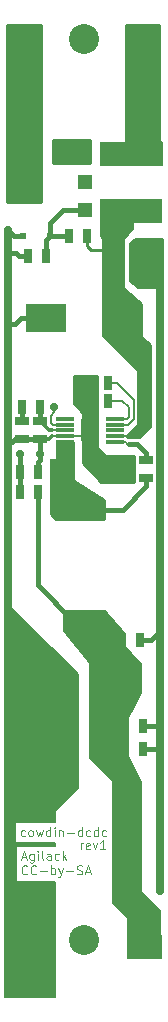
<source format=gbr>
G04 #@! TF.GenerationSoftware,KiCad,Pcbnew,5.0.2*
G04 #@! TF.CreationDate,2020-03-26T08:27:29+01:00*
G04 #@! TF.ProjectId,cowdin-dcdc,636f7764-696e-42d6-9463-64632e6b6963,1*
G04 #@! TF.SameCoordinates,Original*
G04 #@! TF.FileFunction,Copper,L1,Top*
G04 #@! TF.FilePolarity,Positive*
%FSLAX46Y46*%
G04 Gerber Fmt 4.6, Leading zero omitted, Abs format (unit mm)*
G04 Created by KiCad (PCBNEW 5.0.2) date jeu. 26 mars 2020 08:27:29 CET*
%MOMM*%
%LPD*%
G01*
G04 APERTURE LIST*
G04 #@! TA.AperFunction,NonConductor*
%ADD10C,0.101600*%
G04 #@! TD*
G04 #@! TA.AperFunction,ComponentPad*
%ADD11R,2.540000X2.540000*%
G04 #@! TD*
G04 #@! TA.AperFunction,ComponentPad*
%ADD12C,2.540000*%
G04 #@! TD*
G04 #@! TA.AperFunction,SMDPad,CuDef*
%ADD13R,1.600000X0.300000*%
G04 #@! TD*
G04 #@! TA.AperFunction,SMDPad,CuDef*
%ADD14R,1.570000X1.880000*%
G04 #@! TD*
G04 #@! TA.AperFunction,SMDPad,CuDef*
%ADD15R,2.100000X1.800000*%
G04 #@! TD*
G04 #@! TA.AperFunction,SMDPad,CuDef*
%ADD16R,3.560000X1.780000*%
G04 #@! TD*
G04 #@! TA.AperFunction,SMDPad,CuDef*
%ADD17R,5.300000X2.000000*%
G04 #@! TD*
G04 #@! TA.AperFunction,SMDPad,CuDef*
%ADD18R,0.635000X1.143000*%
G04 #@! TD*
G04 #@! TA.AperFunction,SMDPad,CuDef*
%ADD19R,1.198880X1.198880*%
G04 #@! TD*
G04 #@! TA.AperFunction,SMDPad,CuDef*
%ADD20R,1.198880X3.599180*%
G04 #@! TD*
G04 #@! TA.AperFunction,SMDPad,CuDef*
%ADD21R,0.599440X0.599440*%
G04 #@! TD*
G04 #@! TA.AperFunction,SMDPad,CuDef*
%ADD22R,3.500120X2.400300*%
G04 #@! TD*
G04 #@! TA.AperFunction,SMDPad,CuDef*
%ADD23R,1.524000X2.032000*%
G04 #@! TD*
G04 #@! TA.AperFunction,SMDPad,CuDef*
%ADD24R,1.143000X0.635000*%
G04 #@! TD*
G04 #@! TA.AperFunction,SMDPad,CuDef*
%ADD25R,2.500000X2.500000*%
G04 #@! TD*
G04 #@! TA.AperFunction,ViaPad*
%ADD26C,0.711200*%
G04 #@! TD*
G04 #@! TA.AperFunction,Conductor*
%ADD27C,0.304800*%
G04 #@! TD*
G04 #@! TA.AperFunction,Conductor*
%ADD28C,0.406400*%
G04 #@! TD*
G04 #@! TA.AperFunction,Conductor*
%ADD29C,0.203200*%
G04 #@! TD*
G04 #@! TA.AperFunction,Conductor*
%ADD30C,0.711200*%
G04 #@! TD*
G04 #@! TA.AperFunction,Conductor*
%ADD31C,0.250000*%
G04 #@! TD*
G04 #@! TA.AperFunction,Conductor*
%ADD32C,0.152400*%
G04 #@! TD*
G04 #@! TA.AperFunction,Conductor*
%ADD33C,0.254000*%
G04 #@! TD*
G04 APERTURE END LIST*
D10*
X143682897Y-137522142D02*
X143646611Y-137558428D01*
X143537754Y-137594714D01*
X143465182Y-137594714D01*
X143356325Y-137558428D01*
X143283754Y-137485857D01*
X143247468Y-137413285D01*
X143211182Y-137268142D01*
X143211182Y-137159285D01*
X143247468Y-137014142D01*
X143283754Y-136941571D01*
X143356325Y-136869000D01*
X143465182Y-136832714D01*
X143537754Y-136832714D01*
X143646611Y-136869000D01*
X143682897Y-136905285D01*
X144444897Y-137522142D02*
X144408611Y-137558428D01*
X144299754Y-137594714D01*
X144227182Y-137594714D01*
X144118325Y-137558428D01*
X144045754Y-137485857D01*
X144009468Y-137413285D01*
X143973182Y-137268142D01*
X143973182Y-137159285D01*
X144009468Y-137014142D01*
X144045754Y-136941571D01*
X144118325Y-136869000D01*
X144227182Y-136832714D01*
X144299754Y-136832714D01*
X144408611Y-136869000D01*
X144444897Y-136905285D01*
X144771468Y-137304428D02*
X145352040Y-137304428D01*
X145714897Y-137594714D02*
X145714897Y-136832714D01*
X145714897Y-137123000D02*
X145787468Y-137086714D01*
X145932611Y-137086714D01*
X146005182Y-137123000D01*
X146041468Y-137159285D01*
X146077754Y-137231857D01*
X146077754Y-137449571D01*
X146041468Y-137522142D01*
X146005182Y-137558428D01*
X145932611Y-137594714D01*
X145787468Y-137594714D01*
X145714897Y-137558428D01*
X146331754Y-137086714D02*
X146513182Y-137594714D01*
X146694611Y-137086714D02*
X146513182Y-137594714D01*
X146440611Y-137776142D01*
X146404325Y-137812428D01*
X146331754Y-137848714D01*
X146984897Y-137304428D02*
X147565468Y-137304428D01*
X147892040Y-137558428D02*
X148000897Y-137594714D01*
X148182325Y-137594714D01*
X148254897Y-137558428D01*
X148291182Y-137522142D01*
X148327468Y-137449571D01*
X148327468Y-137377000D01*
X148291182Y-137304428D01*
X148254897Y-137268142D01*
X148182325Y-137231857D01*
X148037182Y-137195571D01*
X147964611Y-137159285D01*
X147928325Y-137123000D01*
X147892040Y-137050428D01*
X147892040Y-136977857D01*
X147928325Y-136905285D01*
X147964611Y-136869000D01*
X148037182Y-136832714D01*
X148218611Y-136832714D01*
X148327468Y-136869000D01*
X148617754Y-137377000D02*
X148980611Y-137377000D01*
X148545182Y-137594714D02*
X148799182Y-136832714D01*
X149053182Y-137594714D01*
X143211182Y-136127000D02*
X143574040Y-136127000D01*
X143138611Y-136344714D02*
X143392611Y-135582714D01*
X143646611Y-136344714D01*
X144227182Y-135836714D02*
X144227182Y-136453571D01*
X144190897Y-136526142D01*
X144154611Y-136562428D01*
X144082040Y-136598714D01*
X143973182Y-136598714D01*
X143900611Y-136562428D01*
X144227182Y-136308428D02*
X144154611Y-136344714D01*
X144009468Y-136344714D01*
X143936897Y-136308428D01*
X143900611Y-136272142D01*
X143864325Y-136199571D01*
X143864325Y-135981857D01*
X143900611Y-135909285D01*
X143936897Y-135873000D01*
X144009468Y-135836714D01*
X144154611Y-135836714D01*
X144227182Y-135873000D01*
X144590040Y-136344714D02*
X144590040Y-135836714D01*
X144590040Y-135582714D02*
X144553754Y-135619000D01*
X144590040Y-135655285D01*
X144626325Y-135619000D01*
X144590040Y-135582714D01*
X144590040Y-135655285D01*
X145061754Y-136344714D02*
X144989182Y-136308428D01*
X144952897Y-136235857D01*
X144952897Y-135582714D01*
X145678611Y-136344714D02*
X145678611Y-135945571D01*
X145642325Y-135873000D01*
X145569754Y-135836714D01*
X145424611Y-135836714D01*
X145352040Y-135873000D01*
X145678611Y-136308428D02*
X145606040Y-136344714D01*
X145424611Y-136344714D01*
X145352040Y-136308428D01*
X145315754Y-136235857D01*
X145315754Y-136163285D01*
X145352040Y-136090714D01*
X145424611Y-136054428D01*
X145606040Y-136054428D01*
X145678611Y-136018142D01*
X146368040Y-136308428D02*
X146295468Y-136344714D01*
X146150325Y-136344714D01*
X146077754Y-136308428D01*
X146041468Y-136272142D01*
X146005182Y-136199571D01*
X146005182Y-135981857D01*
X146041468Y-135909285D01*
X146077754Y-135873000D01*
X146150325Y-135836714D01*
X146295468Y-135836714D01*
X146368040Y-135873000D01*
X146694611Y-136344714D02*
X146694611Y-135582714D01*
X146767182Y-136054428D02*
X146984897Y-136344714D01*
X146984897Y-135836714D02*
X146694611Y-136127000D01*
X148215857Y-135444714D02*
X148215857Y-134936714D01*
X148215857Y-135081857D02*
X148252142Y-135009285D01*
X148288428Y-134973000D01*
X148361000Y-134936714D01*
X148433571Y-134936714D01*
X148977857Y-135408428D02*
X148905285Y-135444714D01*
X148760142Y-135444714D01*
X148687571Y-135408428D01*
X148651285Y-135335857D01*
X148651285Y-135045571D01*
X148687571Y-134973000D01*
X148760142Y-134936714D01*
X148905285Y-134936714D01*
X148977857Y-134973000D01*
X149014142Y-135045571D01*
X149014142Y-135118142D01*
X148651285Y-135190714D01*
X149268142Y-134936714D02*
X149449571Y-135444714D01*
X149631000Y-134936714D01*
X150320428Y-135444714D02*
X149885000Y-135444714D01*
X150102714Y-135444714D02*
X150102714Y-134682714D01*
X150030142Y-134791571D01*
X149957571Y-134864142D01*
X149885000Y-134900428D01*
X143502428Y-134308428D02*
X143429857Y-134344714D01*
X143284714Y-134344714D01*
X143212142Y-134308428D01*
X143175857Y-134272142D01*
X143139571Y-134199571D01*
X143139571Y-133981857D01*
X143175857Y-133909285D01*
X143212142Y-133873000D01*
X143284714Y-133836714D01*
X143429857Y-133836714D01*
X143502428Y-133873000D01*
X143937857Y-134344714D02*
X143865285Y-134308428D01*
X143829000Y-134272142D01*
X143792714Y-134199571D01*
X143792714Y-133981857D01*
X143829000Y-133909285D01*
X143865285Y-133873000D01*
X143937857Y-133836714D01*
X144046714Y-133836714D01*
X144119285Y-133873000D01*
X144155571Y-133909285D01*
X144191857Y-133981857D01*
X144191857Y-134199571D01*
X144155571Y-134272142D01*
X144119285Y-134308428D01*
X144046714Y-134344714D01*
X143937857Y-134344714D01*
X144445857Y-133836714D02*
X144591000Y-134344714D01*
X144736142Y-133981857D01*
X144881285Y-134344714D01*
X145026428Y-133836714D01*
X145643285Y-134344714D02*
X145643285Y-133582714D01*
X145643285Y-134308428D02*
X145570714Y-134344714D01*
X145425571Y-134344714D01*
X145353000Y-134308428D01*
X145316714Y-134272142D01*
X145280428Y-134199571D01*
X145280428Y-133981857D01*
X145316714Y-133909285D01*
X145353000Y-133873000D01*
X145425571Y-133836714D01*
X145570714Y-133836714D01*
X145643285Y-133873000D01*
X146006142Y-134344714D02*
X146006142Y-133836714D01*
X146006142Y-133582714D02*
X145969857Y-133619000D01*
X146006142Y-133655285D01*
X146042428Y-133619000D01*
X146006142Y-133582714D01*
X146006142Y-133655285D01*
X146369000Y-133836714D02*
X146369000Y-134344714D01*
X146369000Y-133909285D02*
X146405285Y-133873000D01*
X146477857Y-133836714D01*
X146586714Y-133836714D01*
X146659285Y-133873000D01*
X146695571Y-133945571D01*
X146695571Y-134344714D01*
X147058428Y-134054428D02*
X147639000Y-134054428D01*
X148328428Y-134344714D02*
X148328428Y-133582714D01*
X148328428Y-134308428D02*
X148255857Y-134344714D01*
X148110714Y-134344714D01*
X148038142Y-134308428D01*
X148001857Y-134272142D01*
X147965571Y-134199571D01*
X147965571Y-133981857D01*
X148001857Y-133909285D01*
X148038142Y-133873000D01*
X148110714Y-133836714D01*
X148255857Y-133836714D01*
X148328428Y-133873000D01*
X149017857Y-134308428D02*
X148945285Y-134344714D01*
X148800142Y-134344714D01*
X148727571Y-134308428D01*
X148691285Y-134272142D01*
X148655000Y-134199571D01*
X148655000Y-133981857D01*
X148691285Y-133909285D01*
X148727571Y-133873000D01*
X148800142Y-133836714D01*
X148945285Y-133836714D01*
X149017857Y-133873000D01*
X149671000Y-134344714D02*
X149671000Y-133582714D01*
X149671000Y-134308428D02*
X149598428Y-134344714D01*
X149453285Y-134344714D01*
X149380714Y-134308428D01*
X149344428Y-134272142D01*
X149308142Y-134199571D01*
X149308142Y-133981857D01*
X149344428Y-133909285D01*
X149380714Y-133873000D01*
X149453285Y-133836714D01*
X149598428Y-133836714D01*
X149671000Y-133873000D01*
X150360428Y-134308428D02*
X150287857Y-134344714D01*
X150142714Y-134344714D01*
X150070142Y-134308428D01*
X150033857Y-134272142D01*
X149997571Y-134199571D01*
X149997571Y-133981857D01*
X150033857Y-133909285D01*
X150070142Y-133873000D01*
X150142714Y-133836714D01*
X150287857Y-133836714D01*
X150360428Y-133873000D01*
D11*
G04 #@! TO.P,P1,1*
G04 #@! TO.N,Net-(P1-Pad1)*
X143420000Y-66830000D03*
D12*
G04 #@! TO.P,P1,3*
G04 #@! TO.N,Net-(F1-Pad1)*
X153580000Y-66830000D03*
G04 #@! TO.P,P1,2*
G04 #@! TO.N,Net-(P1-Pad2)*
X148500000Y-66830000D03*
G04 #@! TD*
G04 #@! TO.P,P2,2*
G04 #@! TO.N,Net-(P2-Pad2)*
X148500000Y-143170000D03*
G04 #@! TO.P,P2,3*
G04 #@! TO.N,VOut*
X153580000Y-143170000D03*
D11*
G04 #@! TO.P,P2,1*
G04 #@! TO.N,GND*
X143420000Y-143170000D03*
G04 #@! TD*
D13*
G04 #@! TO.P,U1,1*
G04 #@! TO.N,Net-(C4-Pad1)*
X151100000Y-101000000D03*
G04 #@! TO.P,U1,2*
G04 #@! TO.N,VIn*
X151100000Y-100500000D03*
G04 #@! TO.P,U1,3*
G04 #@! TO.N,Net-(U1-Pad3)*
X151100000Y-100000000D03*
G04 #@! TO.P,U1,4*
G04 #@! TO.N,Net-(C3-Pad1)*
X151100000Y-99500000D03*
G04 #@! TO.P,U1,5*
G04 #@! TO.N,Net-(R3-Pad1)*
X151100000Y-99000000D03*
G04 #@! TO.P,U1,6*
G04 #@! TO.N,Net-(U1-Pad6)*
X146900000Y-99000000D03*
G04 #@! TO.P,U1,7*
G04 #@! TO.N,Net-(R5-Pad2)*
X146900000Y-99500000D03*
G04 #@! TO.P,U1,8*
G04 #@! TO.N,Net-(C5-Pad1)*
X146900000Y-100000000D03*
G04 #@! TO.P,U1,9*
G04 #@! TO.N,GND*
X146900000Y-100500000D03*
G04 #@! TO.P,U1,10*
G04 #@! TO.N,/PH_SW*
X146900000Y-101000000D03*
D14*
G04 #@! TO.P,U1,PAD*
G04 #@! TO.N,GND*
X149000000Y-100000000D03*
G04 #@! TD*
D15*
G04 #@! TO.P,D2,1*
G04 #@! TO.N,GND*
X151050000Y-103250000D03*
G04 #@! TO.P,D2,2*
G04 #@! TO.N,/PH_SW*
X146650000Y-103250000D03*
G04 #@! TD*
D16*
G04 #@! TO.P,L1,1*
G04 #@! TO.N,/PH_SW*
X148500000Y-106710000D03*
G04 #@! TO.P,L1,2*
G04 #@! TO.N,VOut*
X148500000Y-116110000D03*
G04 #@! TD*
D17*
G04 #@! TO.P,F1,2*
G04 #@! TO.N,VIn*
X152500000Y-81400000D03*
G04 #@! TO.P,F1,1*
G04 #@! TO.N,Net-(F1-Pad1)*
X152500000Y-76600000D03*
G04 #@! TD*
D18*
G04 #@! TO.P,R1,2*
G04 #@! TO.N,Net-(D1-Pad2)*
X147238000Y-83500000D03*
G04 #@! TO.P,R1,1*
G04 #@! TO.N,VIn*
X148762000Y-83500000D03*
G04 #@! TD*
G04 #@! TO.P,R2,1*
G04 #@! TO.N,Net-(D1-Pad2)*
X145262000Y-85250000D03*
G04 #@! TO.P,R2,2*
G04 #@! TO.N,GND*
X143738000Y-85250000D03*
G04 #@! TD*
G04 #@! TO.P,R3,1*
G04 #@! TO.N,Net-(R3-Pad1)*
X150512000Y-97500000D03*
G04 #@! TO.P,R3,2*
G04 #@! TO.N,GND*
X148988000Y-97500000D03*
G04 #@! TD*
D19*
G04 #@! TO.P,Q1,2*
G04 #@! TO.N,N/C*
X148550540Y-79000000D03*
G04 #@! TO.P,Q1,1*
G04 #@! TO.N,Net-(D1-Pad2)*
X148550540Y-81301240D03*
G04 #@! TO.P,Q1,3*
G04 #@! TO.N,GND*
X148550540Y-76698760D03*
D20*
G04 #@! TO.P,Q1,4*
G04 #@! TO.N,Net-(P1-Pad1)*
X142449460Y-79000000D03*
G04 #@! TD*
D21*
G04 #@! TO.P,D1,1*
G04 #@! TO.N,GND*
X143349380Y-83500000D03*
G04 #@! TO.P,D1,2*
G04 #@! TO.N,Net-(D1-Pad2)*
X145650620Y-83500000D03*
G04 #@! TD*
D22*
G04 #@! TO.P,C1,1*
G04 #@! TO.N,VIn*
X151751200Y-90500000D03*
G04 #@! TO.P,C1,2*
G04 #@! TO.N,GND*
X145248800Y-90500000D03*
G04 #@! TD*
D23*
G04 #@! TO.P,C2,1*
G04 #@! TO.N,VIn*
X150849000Y-84750000D03*
G04 #@! TO.P,C2,2*
G04 #@! TO.N,GND*
X154151000Y-84750000D03*
G04 #@! TD*
D18*
G04 #@! TO.P,C3,1*
G04 #@! TO.N,Net-(C3-Pad1)*
X150512000Y-96000000D03*
G04 #@! TO.P,C3,2*
G04 #@! TO.N,GND*
X148988000Y-96000000D03*
G04 #@! TD*
D24*
G04 #@! TO.P,C4,2*
G04 #@! TO.N,/PH_SW*
X153750000Y-104012000D03*
G04 #@! TO.P,C4,1*
G04 #@! TO.N,Net-(C4-Pad1)*
X153750000Y-102488000D03*
G04 #@! TD*
G04 #@! TO.P,C5,1*
G04 #@! TO.N,Net-(C5-Pad1)*
X144750000Y-99238000D03*
G04 #@! TO.P,C5,2*
G04 #@! TO.N,GND*
X144750000Y-100762000D03*
G04 #@! TD*
G04 #@! TO.P,C6,2*
G04 #@! TO.N,GND*
X143250000Y-100762000D03*
G04 #@! TO.P,C6,1*
G04 #@! TO.N,Net-(C6-Pad1)*
X143250000Y-99238000D03*
G04 #@! TD*
D18*
G04 #@! TO.P,R4,1*
G04 #@! TO.N,Net-(C5-Pad1)*
X144762000Y-98000000D03*
G04 #@! TO.P,R4,2*
G04 #@! TO.N,Net-(C6-Pad1)*
X143238000Y-98000000D03*
G04 #@! TD*
G04 #@! TO.P,R5,2*
G04 #@! TO.N,Net-(R5-Pad2)*
X143088000Y-105250000D03*
G04 #@! TO.P,R5,1*
G04 #@! TO.N,VOut*
X144612000Y-105250000D03*
G04 #@! TD*
G04 #@! TO.P,R6,1*
G04 #@! TO.N,GND*
X144612000Y-103500000D03*
G04 #@! TO.P,R6,2*
G04 #@! TO.N,Net-(R5-Pad2)*
X143088000Y-103500000D03*
G04 #@! TD*
G04 #@! TO.P,C7,2*
G04 #@! TO.N,GND*
X153262000Y-117750000D03*
G04 #@! TO.P,C7,1*
G04 #@! TO.N,VOut*
X151738000Y-117750000D03*
G04 #@! TD*
D25*
G04 #@! TO.P,C8,1*
G04 #@! TO.N,VOut*
X152150000Y-121000000D03*
G04 #@! TO.P,C8,2*
G04 #@! TO.N,GND*
X144850000Y-121000000D03*
G04 #@! TD*
D18*
G04 #@! TO.P,C9,1*
G04 #@! TO.N,VOut*
X149262000Y-125000000D03*
G04 #@! TO.P,C9,2*
G04 #@! TO.N,GND*
X147738000Y-125000000D03*
G04 #@! TD*
G04 #@! TO.P,C10,1*
G04 #@! TO.N,VOut*
X151998000Y-125000000D03*
G04 #@! TO.P,C10,2*
G04 #@! TO.N,GND*
X153522000Y-125000000D03*
G04 #@! TD*
G04 #@! TO.P,C11,2*
G04 #@! TO.N,GND*
X147738000Y-127000000D03*
G04 #@! TO.P,C11,1*
G04 #@! TO.N,VOut*
X149262000Y-127000000D03*
G04 #@! TD*
G04 #@! TO.P,C12,1*
G04 #@! TO.N,VOut*
X151988000Y-127000000D03*
G04 #@! TO.P,C12,2*
G04 #@! TO.N,GND*
X153512000Y-127000000D03*
G04 #@! TD*
D25*
G04 #@! TO.P,C13,1*
G04 #@! TO.N,VOut*
X152150000Y-131000000D03*
G04 #@! TO.P,C13,2*
G04 #@! TO.N,GND*
X144850000Y-131000000D03*
G04 #@! TD*
D26*
G04 #@! TO.N,GND*
X147250000Y-76700000D03*
X146250000Y-76700000D03*
X147250000Y-75700000D03*
X146250000Y-75700000D03*
X142100000Y-83000000D03*
X142100000Y-85000000D03*
X142100000Y-87000000D03*
X142100000Y-89000000D03*
X142100000Y-91000000D03*
X142100000Y-93000000D03*
X154150000Y-86400000D03*
X153250000Y-86400000D03*
X152750000Y-84750000D03*
X152750000Y-85650000D03*
X148000000Y-97500000D03*
X148000000Y-96000000D03*
X152500000Y-103250000D03*
X152500000Y-102500000D03*
X152500000Y-104000000D03*
X149250000Y-103250000D03*
X149250000Y-102500000D03*
X149000000Y-101500000D03*
X149000000Y-98500000D03*
X154900000Y-105000000D03*
X154900000Y-103000000D03*
X142100000Y-95000000D03*
X142100000Y-97000000D03*
X142100000Y-99000000D03*
X142100000Y-101000000D03*
X142100000Y-103000000D03*
X142100000Y-105000000D03*
X154900000Y-101000000D03*
X154900000Y-99000000D03*
X154900000Y-97000000D03*
X154900000Y-95000000D03*
X154900000Y-93000000D03*
X144750000Y-102000000D03*
X154900000Y-91000000D03*
X154900000Y-89000000D03*
X154900000Y-87000000D03*
X142100000Y-107000000D03*
X142100000Y-109000000D03*
X142100000Y-111000000D03*
X154900000Y-107000000D03*
X154900000Y-109000000D03*
X154900000Y-111000000D03*
X154900000Y-113000000D03*
X154900000Y-115000000D03*
X154900000Y-117000000D03*
X154900000Y-119000000D03*
X154900000Y-121000000D03*
X154900000Y-123000000D03*
X154900000Y-125000000D03*
X154900000Y-127000000D03*
X154900000Y-129000000D03*
X154900000Y-131000000D03*
X154900000Y-133000000D03*
X154900000Y-135000000D03*
X154900000Y-137000000D03*
X154900000Y-139000000D03*
X146750000Y-127000000D03*
X146750000Y-125000000D03*
X142100000Y-121000000D03*
X142100000Y-131000000D03*
X142100000Y-113000000D03*
X142100000Y-115000000D03*
X142100000Y-117000000D03*
X142100000Y-119000000D03*
X142100000Y-123000000D03*
X142100000Y-127000000D03*
X142100000Y-129000000D03*
X142100000Y-132990000D03*
X142100000Y-135000000D03*
X142100000Y-137000000D03*
X142100000Y-139000000D03*
X142100000Y-125000000D03*
X144420000Y-125000000D03*
X144420000Y-127000000D03*
G04 #@! TO.N,Net-(R5-Pad2)*
X146000000Y-98000000D03*
X143090000Y-102000000D03*
G04 #@! TD*
D27*
G04 #@! TO.N,GND*
X147250000Y-76700000D02*
X148549300Y-76700000D01*
X148549300Y-76700000D02*
X148550540Y-76698760D01*
X147250000Y-76700000D02*
X146250000Y-76700000D01*
X147250000Y-76700000D02*
X147250000Y-75700000D01*
X147250000Y-75700000D02*
X146250000Y-75700000D01*
D28*
X143349380Y-83500000D02*
X142600000Y-83500000D01*
X142600000Y-83500000D02*
X142100000Y-83000000D01*
X143738000Y-85250000D02*
X142970000Y-85250000D01*
X142970000Y-85250000D02*
X142720000Y-85000000D01*
X142720000Y-85000000D02*
X142100000Y-85000000D01*
X142100000Y-91000000D02*
X142680000Y-91000000D01*
X142680000Y-91000000D02*
X143180000Y-90500000D01*
X143180000Y-90500000D02*
X145248800Y-90500000D01*
X154150000Y-86400000D02*
X154150000Y-84751000D01*
X154150000Y-84751000D02*
X154151000Y-84750000D01*
X154150000Y-86400000D02*
X153250000Y-86400000D01*
X154151000Y-84750000D02*
X152750000Y-84750000D01*
X152750000Y-84750000D02*
X152750000Y-85650000D01*
X148988000Y-97500000D02*
X148000000Y-97500000D01*
X148988000Y-96000000D02*
X148000000Y-96000000D01*
D29*
X150950000Y-103250000D02*
X152500000Y-103250000D01*
X152500000Y-103250000D02*
X152500000Y-102500000D01*
X152500000Y-103250000D02*
X152500000Y-104000000D01*
X150950000Y-103250000D02*
X149250000Y-103250000D01*
X149250000Y-103250000D02*
X149250000Y-102500000D01*
X149250000Y-102500000D02*
X149250000Y-102100000D01*
X149250000Y-102100000D02*
X149000000Y-101850000D01*
X149000000Y-101850000D02*
X149000000Y-101500000D01*
X149000000Y-100000000D02*
X149000000Y-101500000D01*
X146900000Y-100500000D02*
X148500000Y-100500000D01*
X148500000Y-100500000D02*
X149000000Y-100000000D01*
D28*
X149000000Y-100000000D02*
X149000000Y-98500000D01*
D29*
X146900000Y-100500000D02*
X145820000Y-100500000D01*
D27*
X145820000Y-100500000D02*
X145558000Y-100762000D01*
X145558000Y-100762000D02*
X144750000Y-100762000D01*
D28*
X142100000Y-101000000D02*
X142390000Y-101000000D01*
X142390000Y-101000000D02*
X142628000Y-100762000D01*
X142628000Y-100762000D02*
X143250000Y-100762000D01*
X143250000Y-100762000D02*
X144750000Y-100762000D01*
X144750000Y-100762000D02*
X144750000Y-102000000D01*
X144612000Y-103500000D02*
X144612000Y-102638000D01*
X144612000Y-102638000D02*
X144750000Y-102500000D01*
X144750000Y-102500000D02*
X144750000Y-102000000D01*
X153262000Y-117750000D02*
X154150000Y-117750000D01*
X154150000Y-117750000D02*
X154900000Y-117000000D01*
X154900000Y-127000000D02*
X153512000Y-127000000D01*
X147738000Y-127000000D02*
X146750000Y-127000000D01*
X147738000Y-125000000D02*
X146750000Y-125000000D01*
X154900000Y-125000000D02*
X153522000Y-125000000D01*
X142100000Y-121000000D02*
X144850000Y-121000000D01*
X142100000Y-131000000D02*
X144850000Y-131000000D01*
D30*
X142100000Y-83000000D02*
X142100000Y-85000000D01*
X142100000Y-85000000D02*
X142100000Y-87000000D01*
X142100000Y-87000000D02*
X142100000Y-89000000D01*
X142100000Y-89000000D02*
X142100000Y-91000000D01*
X142100000Y-91000000D02*
X142100000Y-93000000D01*
X142100000Y-93000000D02*
X142100000Y-95000000D01*
X142100000Y-95000000D02*
X142100000Y-97000000D01*
X142100000Y-97000000D02*
X142100000Y-99000000D01*
X142100000Y-99000000D02*
X142100000Y-101000000D01*
X142100000Y-101000000D02*
X142100000Y-103000000D01*
X142100000Y-103000000D02*
X142100000Y-105000000D01*
X142100000Y-105000000D02*
X142100000Y-107000000D01*
X142100000Y-107000000D02*
X142100000Y-109000000D01*
X142100000Y-109000000D02*
X142100000Y-111000000D01*
X142100000Y-111000000D02*
X142100000Y-113000000D01*
X142100000Y-113000000D02*
X142100000Y-115000000D01*
X142100000Y-115000000D02*
X142100000Y-117000000D01*
X142100000Y-117000000D02*
X142100000Y-119000000D01*
X142100000Y-119000000D02*
X142100000Y-121000000D01*
X142100000Y-121000000D02*
X142100000Y-123000000D01*
X142100000Y-123000000D02*
X142100000Y-125000000D01*
X142100000Y-125000000D02*
X142100000Y-127000000D01*
X142100000Y-127000000D02*
X142100000Y-129000000D01*
X142100000Y-129000000D02*
X142100000Y-131000000D01*
X142100000Y-131000000D02*
X142100000Y-132990000D01*
X142100000Y-132990000D02*
X142100000Y-135000000D01*
X142100000Y-135000000D02*
X142100000Y-137000000D01*
X142100000Y-137000000D02*
X142100000Y-139000000D01*
D28*
X142100000Y-125000000D02*
X144420000Y-125000000D01*
X142100000Y-127000000D02*
X144420000Y-127000000D01*
X144420000Y-125000000D02*
X146750000Y-125000000D01*
X144420000Y-127000000D02*
X146750000Y-127000000D01*
X144420000Y-127000000D02*
X144420000Y-130570000D01*
X144420000Y-130570000D02*
X144850000Y-131000000D01*
X144420000Y-125000000D02*
X144420000Y-121430000D01*
X144420000Y-121430000D02*
X144850000Y-121000000D01*
X144420000Y-127000000D02*
X144420000Y-125000000D01*
X146750000Y-127000000D02*
X146750000Y-125000000D01*
D30*
X154900000Y-87000000D02*
X154900000Y-89000000D01*
X154900000Y-89000000D02*
X154900000Y-91000000D01*
X154900000Y-91000000D02*
X154900000Y-93000000D01*
X154900000Y-93000000D02*
X154900000Y-95000000D01*
X154900000Y-95000000D02*
X154900000Y-97000000D01*
X154900000Y-97000000D02*
X154900000Y-99000000D01*
X154900000Y-99000000D02*
X154900000Y-101000000D01*
X154900000Y-101000000D02*
X154900000Y-103000000D01*
X154900000Y-103000000D02*
X154900000Y-105000000D01*
X154900000Y-105000000D02*
X154900000Y-107000000D01*
X154900000Y-107000000D02*
X154900000Y-109000000D01*
X154900000Y-109000000D02*
X154900000Y-111000000D01*
X154900000Y-111000000D02*
X154900000Y-113000000D01*
X154900000Y-113000000D02*
X154900000Y-115000000D01*
X154900000Y-115000000D02*
X154900000Y-117000000D01*
X154900000Y-117000000D02*
X154900000Y-119000000D01*
X154900000Y-119000000D02*
X154900000Y-121000000D01*
X154900000Y-121000000D02*
X154900000Y-123000000D01*
X154900000Y-123000000D02*
X154900000Y-125000000D01*
X154900000Y-125000000D02*
X154900000Y-127000000D01*
X154900000Y-127000000D02*
X154900000Y-129000000D01*
X154900000Y-129000000D02*
X154900000Y-131000000D01*
X154900000Y-131000000D02*
X154900000Y-133000000D01*
X154900000Y-133000000D02*
X154900000Y-135000000D01*
X154900000Y-135000000D02*
X154900000Y-137000000D01*
X154900000Y-137000000D02*
X154900000Y-139000000D01*
D31*
G04 #@! TO.N,VIn*
X148762000Y-83500000D02*
X148762000Y-84402000D01*
X148762000Y-84402000D02*
X149110000Y-84750000D01*
X149110000Y-84750000D02*
X150849000Y-84750000D01*
D28*
X150849000Y-84750000D02*
X150849000Y-87669000D01*
X150849000Y-87669000D02*
X151751200Y-88571200D01*
X151751200Y-88571200D02*
X151751200Y-90500000D01*
X150849000Y-84750000D02*
X150849000Y-83051000D01*
X150849000Y-83051000D02*
X152500000Y-81400000D01*
X153810000Y-94940000D02*
X153810000Y-99590000D01*
X153810000Y-99590000D02*
X152900000Y-100500000D01*
X152900000Y-100500000D02*
X152250000Y-100500000D01*
D29*
X152250000Y-100500000D02*
X151100000Y-100500000D01*
D28*
X151751200Y-90500000D02*
X151751200Y-92881200D01*
X151751200Y-92881200D02*
X153810000Y-94940000D01*
D29*
G04 #@! TO.N,Net-(C3-Pad1)*
X151100000Y-99500000D02*
X152250000Y-99500000D01*
X152250000Y-99500000D02*
X152720000Y-99030000D01*
X152720000Y-99030000D02*
X152720000Y-97410000D01*
X152720000Y-97410000D02*
X151310000Y-96000000D01*
X151310000Y-96000000D02*
X150512000Y-96000000D01*
D28*
G04 #@! TO.N,Net-(D1-Pad2)*
X145262000Y-85250000D02*
X145262000Y-83888620D01*
X145262000Y-83888620D02*
X145650620Y-83500000D01*
X145650620Y-83500000D02*
X147238000Y-83500000D01*
X148550540Y-81301240D02*
X146748760Y-81301240D01*
X146748760Y-81301240D02*
X145650620Y-82399380D01*
X145650620Y-82399380D02*
X145650620Y-83500000D01*
G04 #@! TO.N,Net-(F1-Pad1)*
X153580000Y-66830000D02*
X153580000Y-72760000D01*
X153580000Y-72760000D02*
X152500000Y-73840000D01*
X152500000Y-73840000D02*
X152500000Y-76600000D01*
G04 #@! TO.N,Net-(P1-Pad1)*
X143420000Y-66830000D02*
X143420000Y-74440000D01*
X143420000Y-74440000D02*
X142449460Y-75410540D01*
X142449460Y-75410540D02*
X142449460Y-79000000D01*
D29*
G04 #@! TO.N,Net-(R3-Pad1)*
X151100000Y-99000000D02*
X152140000Y-99000000D01*
X152140000Y-99000000D02*
X152290000Y-98850000D01*
X152290000Y-98850000D02*
X152290000Y-98040000D01*
X152290000Y-98040000D02*
X151750000Y-97500000D01*
X151750000Y-97500000D02*
X150512000Y-97500000D01*
D28*
G04 #@! TO.N,Net-(C4-Pad1)*
X153750000Y-102488000D02*
X153750000Y-101880000D01*
X153750000Y-101880000D02*
X152990000Y-101120000D01*
X152990000Y-101120000D02*
X152310000Y-101120000D01*
D29*
X151100000Y-101000000D02*
X152050000Y-101000000D01*
X152050000Y-101000000D02*
X152170000Y-101120000D01*
X152170000Y-101120000D02*
X152310000Y-101120000D01*
G04 #@! TO.N,/PH_SW*
X146900000Y-101000000D02*
X146900000Y-101580000D01*
X146900000Y-101580000D02*
X146550000Y-101930000D01*
X146550000Y-101930000D02*
X146550000Y-103250000D01*
D28*
X147060000Y-105020000D02*
X146550000Y-104510000D01*
X146550000Y-104510000D02*
X146550000Y-103250000D01*
X151760000Y-106710000D02*
X153750000Y-104720000D01*
X153750000Y-104720000D02*
X153750000Y-104012000D01*
X151760000Y-106710000D02*
X148500000Y-106710000D01*
X148500000Y-106710000D02*
X148500000Y-105420000D01*
X148500000Y-105420000D02*
X148100000Y-105020000D01*
X148100000Y-105020000D02*
X147060000Y-105020000D01*
D27*
G04 #@! TO.N,Net-(C5-Pad1)*
X145512000Y-100000000D02*
X144750000Y-99238000D01*
X145512000Y-100000000D02*
X145750000Y-100000000D01*
D29*
X145750000Y-100000000D02*
X146900000Y-100000000D01*
D28*
X144762000Y-98000000D02*
X144762000Y-99226000D01*
X144762000Y-99226000D02*
X144750000Y-99238000D01*
G04 #@! TO.N,Net-(C6-Pad1)*
X143238000Y-98000000D02*
X143238000Y-99226000D01*
X143238000Y-99226000D02*
X143250000Y-99238000D01*
D29*
G04 #@! TO.N,Net-(R5-Pad2)*
X146900000Y-99500000D02*
X145880000Y-99500000D01*
X145880000Y-99500000D02*
X145710000Y-99330000D01*
X145710000Y-99330000D02*
X145710000Y-98770000D01*
X146000000Y-98480000D02*
X146000000Y-98000000D01*
X145710000Y-98770000D02*
X146000000Y-98480000D01*
D28*
X143088000Y-105250000D02*
X143088000Y-103500000D01*
X143088000Y-103500000D02*
X143088000Y-102002000D01*
X143088000Y-102002000D02*
X143090000Y-102000000D01*
G04 #@! TO.N,VOut*
X144612000Y-105250000D02*
X144612000Y-113112000D01*
X144612000Y-113112000D02*
X147610000Y-116110000D01*
X147610000Y-116110000D02*
X148500000Y-116110000D01*
X148500000Y-116110000D02*
X148500000Y-117360000D01*
X148500000Y-117360000D02*
X149355000Y-118215000D01*
X149355000Y-118215000D02*
X152140000Y-121000000D01*
X152140000Y-121000000D02*
X152150000Y-121000000D01*
X151738000Y-117750000D02*
X149820000Y-117750000D01*
X149820000Y-117750000D02*
X149355000Y-118215000D01*
X152140000Y-121010000D02*
X152150000Y-121000000D01*
X150650000Y-122500000D02*
X152150000Y-121000000D01*
X151988000Y-127000000D02*
X150650000Y-127000000D01*
X150650000Y-127000000D02*
X149262000Y-127000000D01*
X151998000Y-125000000D02*
X150650000Y-125000000D01*
X150650000Y-122500000D02*
X150650000Y-125000000D01*
X150650000Y-125000000D02*
X150650000Y-127000000D01*
X153580000Y-143170000D02*
X153580000Y-140570000D01*
X153580000Y-140570000D02*
X152150000Y-139140000D01*
X152150000Y-139140000D02*
X152150000Y-131000000D01*
X149262000Y-125000000D02*
X150650000Y-125000000D01*
X150650000Y-127000000D02*
X150650000Y-127860000D01*
X150650000Y-127860000D02*
X152150000Y-129360000D01*
X152150000Y-129360000D02*
X152150000Y-131000000D01*
G04 #@! TD*
D32*
G04 #@! TO.N,VIn*
G36*
X152673800Y-82968436D02*
X151946118Y-83696118D01*
X151929600Y-83720840D01*
X151923800Y-83750000D01*
X151923800Y-88000000D01*
X151929600Y-88029160D01*
X151951218Y-88058538D01*
X153423800Y-89285690D01*
X153423800Y-92000000D01*
X153429600Y-92029160D01*
X153446118Y-92053882D01*
X154173800Y-92781564D01*
X154173800Y-99718436D01*
X153268436Y-100623800D01*
X152326200Y-100623800D01*
X152326200Y-100330133D01*
X153055591Y-99552116D01*
X153071303Y-99526876D01*
X153076200Y-99500000D01*
X153076200Y-99175796D01*
X153097800Y-99067207D01*
X153097800Y-99067203D01*
X153105200Y-99030001D01*
X153097800Y-98992799D01*
X153097800Y-97447201D01*
X153105200Y-97409999D01*
X153097800Y-97372797D01*
X153097800Y-97372793D01*
X153076200Y-97264204D01*
X153076200Y-95000000D01*
X153070400Y-94970840D01*
X153053882Y-94946118D01*
X150076200Y-91968436D01*
X150076200Y-83750000D01*
X150070400Y-83720840D01*
X150053882Y-83696118D01*
X149926200Y-83568436D01*
X149926200Y-80476200D01*
X152673800Y-80476200D01*
X152673800Y-82968436D01*
X152673800Y-82968436D01*
G37*
X152673800Y-82968436D02*
X151946118Y-83696118D01*
X151929600Y-83720840D01*
X151923800Y-83750000D01*
X151923800Y-88000000D01*
X151929600Y-88029160D01*
X151951218Y-88058538D01*
X153423800Y-89285690D01*
X153423800Y-92000000D01*
X153429600Y-92029160D01*
X153446118Y-92053882D01*
X154173800Y-92781564D01*
X154173800Y-99718436D01*
X153268436Y-100623800D01*
X152326200Y-100623800D01*
X152326200Y-100330133D01*
X153055591Y-99552116D01*
X153071303Y-99526876D01*
X153076200Y-99500000D01*
X153076200Y-99175796D01*
X153097800Y-99067207D01*
X153097800Y-99067203D01*
X153105200Y-99030001D01*
X153097800Y-98992799D01*
X153097800Y-97447201D01*
X153105200Y-97409999D01*
X153097800Y-97372797D01*
X153097800Y-97372793D01*
X153076200Y-97264204D01*
X153076200Y-95000000D01*
X153070400Y-94970840D01*
X153053882Y-94946118D01*
X150076200Y-91968436D01*
X150076200Y-83750000D01*
X150070400Y-83720840D01*
X150053882Y-83696118D01*
X149926200Y-83568436D01*
X149926200Y-80476200D01*
X152673800Y-80476200D01*
X152673800Y-82968436D01*
D33*
G04 #@! TO.N,Net-(P1-Pad1)*
G36*
X144873000Y-80673000D02*
X141977000Y-80673000D01*
X141977000Y-65687000D01*
X144873000Y-65687000D01*
X144873000Y-80673000D01*
X144873000Y-80673000D01*
G37*
X144873000Y-80673000D02*
X141977000Y-80673000D01*
X141977000Y-65687000D01*
X144873000Y-65687000D01*
X144873000Y-80673000D01*
G04 #@! TO.N,GND*
G36*
X149023000Y-77373000D02*
X145877000Y-77373000D01*
X145877000Y-75377000D01*
X149023000Y-75377000D01*
X149023000Y-77373000D01*
X149023000Y-77373000D01*
G37*
X149023000Y-77373000D02*
X145877000Y-77373000D01*
X145877000Y-75377000D01*
X149023000Y-75377000D01*
X149023000Y-77373000D01*
G04 #@! TO.N,/PH_SW*
G36*
X147573000Y-104150000D02*
X147582667Y-104198601D01*
X147610197Y-104239803D01*
X147630990Y-104256614D01*
X150153000Y-105889078D01*
X150153000Y-107473000D01*
X146152606Y-107473000D01*
X145727000Y-107047394D01*
X145727000Y-104167312D01*
X146222367Y-102383991D01*
X146227000Y-102350000D01*
X146227000Y-100983406D01*
X147573000Y-100983406D01*
X147573000Y-104150000D01*
X147573000Y-104150000D01*
G37*
X147573000Y-104150000D02*
X147582667Y-104198601D01*
X147610197Y-104239803D01*
X147630990Y-104256614D01*
X150153000Y-105889078D01*
X150153000Y-107473000D01*
X146152606Y-107473000D01*
X145727000Y-107047394D01*
X145727000Y-104167312D01*
X146222367Y-102383991D01*
X146227000Y-102350000D01*
X146227000Y-100983406D01*
X147573000Y-100983406D01*
X147573000Y-104150000D01*
G04 #@! TO.N,GND*
G36*
X149623000Y-101500000D02*
X149632667Y-101548601D01*
X149660197Y-101589803D01*
X150160197Y-102089803D01*
X150201399Y-102117333D01*
X150250000Y-102127000D01*
X152773000Y-102127000D01*
X152773000Y-104373000D01*
X149952606Y-104373000D01*
X148377000Y-102797394D01*
X148377000Y-98500000D01*
X148367333Y-98451399D01*
X148339803Y-98410197D01*
X147627000Y-97697394D01*
X147627000Y-95377000D01*
X149623000Y-95377000D01*
X149623000Y-101500000D01*
X149623000Y-101500000D01*
G37*
X149623000Y-101500000D02*
X149632667Y-101548601D01*
X149660197Y-101589803D01*
X150160197Y-102089803D01*
X150201399Y-102117333D01*
X150250000Y-102127000D01*
X152773000Y-102127000D01*
X152773000Y-104373000D01*
X149952606Y-104373000D01*
X148377000Y-102797394D01*
X148377000Y-98500000D01*
X148367333Y-98451399D01*
X148339803Y-98410197D01*
X147627000Y-97697394D01*
X147627000Y-95377000D01*
X149623000Y-95377000D01*
X149623000Y-101500000D01*
D32*
G36*
X155196400Y-87923800D02*
X153031564Y-87923800D01*
X152426200Y-87318436D01*
X152426200Y-84181564D01*
X152781564Y-83826200D01*
X155196400Y-83826200D01*
X155196400Y-87923800D01*
X155196400Y-87923800D01*
G37*
X155196400Y-87923800D02*
X153031564Y-87923800D01*
X152426200Y-87318436D01*
X152426200Y-84181564D01*
X152781564Y-83826200D01*
X155196400Y-83826200D01*
X155196400Y-87923800D01*
G04 #@! TO.N,Net-(F1-Pad1)*
G36*
X154923800Y-75450000D02*
X154929600Y-75479160D01*
X154946118Y-75503882D01*
X155073800Y-75631564D01*
X155073800Y-77523800D01*
X152076200Y-77523800D01*
X152076200Y-65636200D01*
X154923800Y-65636200D01*
X154923800Y-75450000D01*
X154923800Y-75450000D01*
G37*
X154923800Y-75450000D02*
X154929600Y-75479160D01*
X154946118Y-75503882D01*
X155073800Y-75631564D01*
X155073800Y-77523800D01*
X152076200Y-77523800D01*
X152076200Y-65636200D01*
X154923800Y-65636200D01*
X154923800Y-75450000D01*
G04 #@! TO.N,VOut*
G36*
X151983800Y-117209437D02*
X151983800Y-118320000D01*
X151989600Y-118349160D01*
X152004397Y-118372103D01*
X153323800Y-119780123D01*
X153323800Y-122232012D01*
X152251845Y-124375922D01*
X152243800Y-124409759D01*
X152233800Y-127569759D01*
X152241845Y-127604078D01*
X153323800Y-129767988D01*
X153323800Y-139000000D01*
X153329600Y-139029160D01*
X153346118Y-139053882D01*
X154973877Y-140681641D01*
X154983614Y-144673800D01*
X152186200Y-144673800D01*
X152186200Y-141210000D01*
X152180400Y-141180840D01*
X152163882Y-141156118D01*
X150976200Y-139968436D01*
X150976200Y-129750000D01*
X150970400Y-129720840D01*
X150953882Y-129696118D01*
X149026200Y-127768436D01*
X149026200Y-119750000D01*
X149020400Y-119720840D01*
X149009186Y-119702006D01*
X146796049Y-116972801D01*
X146786629Y-115296200D01*
X150246269Y-115296200D01*
X151983800Y-117209437D01*
X151983800Y-117209437D01*
G37*
X151983800Y-117209437D02*
X151983800Y-118320000D01*
X151989600Y-118349160D01*
X152004397Y-118372103D01*
X153323800Y-119780123D01*
X153323800Y-122232012D01*
X152251845Y-124375922D01*
X152243800Y-124409759D01*
X152233800Y-127569759D01*
X152241845Y-127604078D01*
X153323800Y-129767988D01*
X153323800Y-139000000D01*
X153329600Y-139029160D01*
X153346118Y-139053882D01*
X154973877Y-140681641D01*
X154983614Y-144673800D01*
X152186200Y-144673800D01*
X152186200Y-141210000D01*
X152180400Y-141180840D01*
X152163882Y-141156118D01*
X150976200Y-139968436D01*
X150976200Y-129750000D01*
X150970400Y-129720840D01*
X150953882Y-129696118D01*
X149026200Y-127768436D01*
X149026200Y-119750000D01*
X149020400Y-119720840D01*
X149009186Y-119702006D01*
X146796049Y-116972801D01*
X146786629Y-115296200D01*
X150246269Y-115296200D01*
X151983800Y-117209437D01*
G04 #@! TO.N,GND*
G36*
X147973800Y-120621564D02*
X147973800Y-130258551D01*
X146045981Y-132196256D01*
X146029526Y-132221020D01*
X146023800Y-132250000D01*
X146023800Y-133149760D01*
X142667429Y-133149760D01*
X142667429Y-134946760D01*
X146023800Y-134946760D01*
X146023800Y-135149760D01*
X142723800Y-135149760D01*
X142723800Y-138196760D01*
X146023800Y-138196760D01*
X146023800Y-147946400D01*
X141803600Y-147946400D01*
X141803600Y-115076200D01*
X142428436Y-115076200D01*
X147973800Y-120621564D01*
X147973800Y-120621564D01*
G37*
X147973800Y-120621564D02*
X147973800Y-130258551D01*
X146045981Y-132196256D01*
X146029526Y-132221020D01*
X146023800Y-132250000D01*
X146023800Y-133149760D01*
X142667429Y-133149760D01*
X142667429Y-134946760D01*
X146023800Y-134946760D01*
X146023800Y-135149760D01*
X142723800Y-135149760D01*
X142723800Y-138196760D01*
X146023800Y-138196760D01*
X146023800Y-147946400D01*
X141803600Y-147946400D01*
X141803600Y-115076200D01*
X142428436Y-115076200D01*
X147973800Y-120621564D01*
G04 #@! TD*
M02*

</source>
